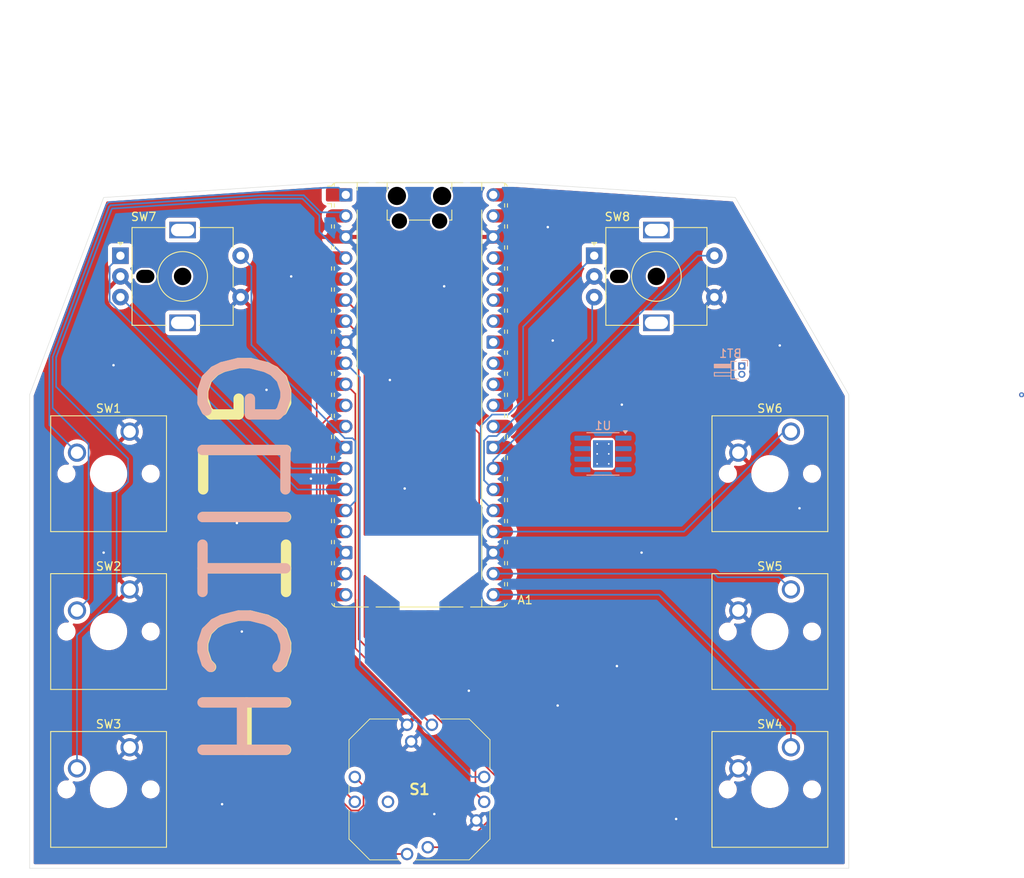
<source format=kicad_pcb>
(kicad_pcb (version 20241229) (generator "pcbnew") (generator_version "9.0")
  (layers (0 "F.Cu" signal) (2 "B.Cu" signal) (13 "F.Paste" user) (15 "B.Paste" user) (5 "F.SilkS" user "F.Silkscreen") (7 "B.SilkS" user "B.Silkscreen") (1 "F.Mask" user) (3 "B.Mask" user) (25 "Edge.Cuts" user))
  (net 0 "")
  (net 1 "Net-(A1-GPIO10)")
  (net 2 "Net-(A1-GPIO16)")
  (net 3 "ENC0B")
  (net 4 "ENC0A")
  (net 7 "GND")
  (net 8 "Net-(A1-GPIO2)")
  (net 9 "Net-(A1-GPIO11)")
  (net 11 "Net-(A1-GPIO0)")
  (net 12 "A")
  (net 14 "B")
  (net 16 "Net-(A1-GPIO12)")
  (net 18 "C")
  (net 20 "Net-(A1-GPIO19)")
  (net 22 "Net-(A1-GPIO18)")
  (net 23 "D")
  (net 24 "Net-(A1-GPIO17)")
  (net 28 "PUSH")
  (net 29 "Net-(A1-GPIO21)")
  (net 30 "Net-(A1-GPIO20)")
  (net 39 "Net-(A1-GPIO1)")
  (net 44 "Net-(BT1-+)")
  (footprint "Button_Switch_Keyboard:SW_Cherry_MX_1.00u_PCB" (layer "F.Cu") (at 107.910401 80.645088)
    (property "Reference" "SW1")
    (property "Value" "SW_Push")
  )
  (footprint "Button_Switch_Keyboard:SW_Cherry_MX_1.00u_PCB" (layer "F.Cu") (at 187.682343 99.695)
    (property "Reference" "SW5")
    (property "Value" "SW_Push")
  )
  (footprint "Module:RaspberryPi_Pico_Common_Unspecified" (layer "F.Cu") (at 142.875 76.2)
    (property "Reference" "A1")
    (property "Value" "RaspberryPi_Pico")
  )
  (footprint "KiCad:RKJXT1F42001" (layer "F.Cu") (at 142.875 123.825)
    (property "Reference" "S1")
    (property "Value" "RKJXT1F42001" (hide yes))
  )
  (footprint "Button_Switch_Keyboard:SW_Cherry_MX_1.00u_PCB" (layer "F.Cu") (at 107.910401 99.695088)
    (property "Reference" "SW2")
    (property "Value" "SW_Push")
  )
  (footprint "Button_Switch_Keyboard:SW_Cherry_MX_1.00u_PCB" (layer "F.Cu") (at 107.910401 118.745088)
    (property "Reference" "SW3")
    (property "Value" "SW_Push")
  )
  (footprint "Rotary_Encoder:RotaryEncoder_Alps_EC11E-Switch_Vertical_H20mm_MountingHoles" (layer "F.Cu") (at 163.95 59.4125)
    (property "Reference" "SW8")
    (property "Value" "RotaryEncoder_Switch")
  )
  (footprint "Button_Switch_Keyboard:SW_Cherry_MX_1.00u_PCB" (layer "F.Cu") (at 187.682343 80.645)
    (property "Reference" "SW6")
    (property "Value" "SW_Push")
  )
  (footprint "Rotary_Encoder:RotaryEncoder_Alps_EC11E-Switch_Vertical_H20mm_MountingHoles" (layer "F.Cu") (at 106.8 59.4125)
    (property "Reference" "SW7")
    (property "Value" "RotaryEncoder_Switch")
  )
  (footprint "Button_Switch_Keyboard:SW_Cherry_MX_1.00u_PCB" (layer "F.Cu") (at 187.682343 118.745)
    (property "Reference" "SW4")
    (property "Value" "SW_Push")
  )
  (footprint "Connector_PinHeader_1.00mm:PinHeader_1x02_P1.00mm_Horizontal" (layer "B.Cu") (at 181.754839 72.723499 180)
    (property "Reference" "BT1")
    (property "Value" "Battery_Cell")
  )
  (footprint "Package_SO:SOIC-8-1EP_3.9x4.9mm_P1.27mm_EP2.41x3.3mm_ThermalVias" (layer "B.Cu") (at 165.006388 83.334446 180)
    (property "Reference" "U1")
    (property "Value" "TP4056-42-ESOP8")
  )
  (gr_line (start 104.775 52.3875) (end 131.564173 50.601605) (stroke (width 0.05)) (layer "Edge.Cuts"))
  (gr_line (start 95.845393 133.350112) (end 194.667351 133.350112) (stroke (width 0.05)) (layer "Edge.Cuts"))
  (gr_line (start 154.186067 50.601605) (end 180.975 52.3875) (stroke (width 0.05)) (layer "Edge.Cuts"))
  (gr_line (start 95.845393 76.2) (end 104.775 52.3875) (stroke (width 0.05)) (layer "Edge.Cuts"))
  (gr_line (start 194.667351 133.35) (end 194.667351 76.2) (stroke (width 0.05)) (layer "Edge.Cuts"))
  (gr_line (start 194.667351 76.2) (end 180.975 52.3875) (stroke (width 0.05)) (layer "Edge.Cuts"))
  (gr_line (start 131.564173 50.601605) (end 154.186067 50.601605) (stroke (width 0.05)) (layer "Edge.Cuts"))
  (gr_line (start 95.845393 133.35) (end 95.845393 76.2) (stroke (width 0.05)) (layer "Edge.Cuts"))
  (gr_text "GLITCH\n" (at 115.490722 69.651621 270) (layer "F.SilkS") (effects (font (size 10 10) (thickness 1.25)) (justify left bottom)))
  (gr_text "GLITCH\n" (at 127.992295 69.651621 -270) (layer "B.SilkS") (effects (font (size 10 10) (thickness 1.25)) (justify left bottom mirror)))
  (via (at 215.503306 76.200064) (size 0.6) (drill 0.3) (layers "F.Cu" "B.Cu") (net 0))
  (segment (start 127.4775 85.09) (end 106.8 64.4125) (width 0.2) (layer "B.Cu") (net 1))
  (segment (start 133.985 85.09) (end 127.4775 85.09) (width 0.2) (layer "B.Cu") (net 1))
  (segment (start 171.76756 100.33) (end 151.765 100.33) (width 0.2) (layer "B.Cu") (net 2))
  (segment (start 187.682343 116.244783) (end 171.76756 100.33) (width 0.2) (layer "B.Cu") (net 2))
  (segment (start 187.682343 118.745) (end 187.682343 116.244783) (width 0.2) (layer "B.Cu") (net 2))
  (segment (start 135.674 74.079) (end 135.674 108.810339) (width 0.2) (layer "B.Cu") (net 3))
  (segment (start 149.188661 122.325) (end 150.675 122.325) (width 0.2) (layer "B.Cu") (net 3))
  (segment (start 135.674 108.810339) (end 149.188661 122.325) (width 0.2) (layer "B.Cu") (net 3))
  (segment (start 133.985 72.39) (end 135.674 74.079) (width 0.2) (layer "B.Cu") (net 3))
  (segment (start 131.279 121.529) (end 135.075 125.325) (width 0.2) (layer "F.Cu") (net 4))
  (segment (start 131.279 82.091878) (end 131.279 121.529) (width 0.2) (layer "F.Cu") (net 4))
  (segment (start 133.985 80.01) (end 133.360878 80.01) (width 0.2) (layer "F.Cu") (net 4))
  (segment (start 133.360878 80.01) (end 131.279 82.091878) (width 0.2) (layer "F.Cu") (net 4))
  (via (at 105.965714 72.628186) (size 0.6) (drill 0.3) (layers "F.Cu" "B.Cu") (net 7))
  (via (at 158.353258 55.959422) (size 0.6) (drill 0.3) (layers "F.Cu" "B.Cu") (net 7))
  (via (at 166.68764 108.942279) (size 0.6) (drill 0.3) (layers "F.Cu" "B.Cu") (net 7))
  (via (at 120.848539 91.678202) (size 0.6) (drill 0.3) (layers "F.Cu" "B.Cu") (net 7))
  (via (at 159.543884 113.704783) (size 0.6) (drill 0.3) (layers "F.Cu" "B.Cu") (net 7))
  (via (at 144.661059 126.801669) (size 0.6) (drill 0.3) (layers "F.Cu" "B.Cu") (net 7))
  (via (at 124.420417 75.604751) (size 0.6) (drill 0.3) (layers "F.Cu" "B.Cu") (net 7))
  (via (at 139.303242 74.414125) (size 0.6) (drill 0.3) (layers "F.Cu" "B.Cu") (net 7))
  (via (at 148.82825 111.918844) (size 0.6) (drill 0.3) (layers "F.Cu" "B.Cu") (net 7))
  (via (at 127.396982 61.912552) (size 0.6) (drill 0.3) (layers "F.Cu" "B.Cu") (net 7))
  (via (at 173.831396 127.396982) (size 0.6) (drill 0.3) (layers "F.Cu" "B.Cu") (net 7))
  (via (at 145.851685 63.103178) (size 0.6) (drill 0.3) (layers "F.Cu" "B.Cu") (net 7))
  (via (at 158.948571 69.651621) (size 0.6) (drill 0.3) (layers "F.Cu" "B.Cu") (net 7))
  (via (at 167.282953 77.39069) (size 0.6) (drill 0.3) (layers "F.Cu" "B.Cu") (net 7))
  (via (at 141.089181 87.511011) (size 0.6) (drill 0.3) (layers "F.Cu" "B.Cu") (net 7))
  (via (at 121.443852 104.775088) (size 0.6) (drill 0.3) (layers "F.Cu" "B.Cu") (net 7))
  (via (at 129.778234 86.320385) (size 0.6) (drill 0.3) (layers "F.Cu" "B.Cu") (net 7))
  (via (at 169.664205 95.25008) (size 0.6) (drill 0.3) (layers "F.Cu" "B.Cu") (net 7))
  (via (at 186.332969 70.246934) (size 0.6) (drill 0.3) (layers "F.Cu" "B.Cu") (net 7))
  (via (at 119.0626 125.611043) (size 0.6) (drill 0.3) (layers "F.Cu" "B.Cu") (net 7))
  (via (at 188.714221 89.892263) (size 0.6) (drill 0.3) (layers "F.Cu" "B.Cu") (net 7))
  (via (at 104.775088 95.25008) (size 0.6) (drill 0.3) (layers "F.Cu" "B.Cu") (net 7))
  (segment (start 101.560401 121.285088) (end 101.560401 105.224402) (width 0.2) (layer "B.Cu") (net 8))
  (segment (start 99.417271 75.604751) (end 99.045766 75.233246) (width 0.2) (layer "B.Cu") (net 8))
  (segment (start 107.721401 86.698904) (end 107.721401 83.908881) (width 0.2) (layer "B.Cu") (net 8))
  (segment (start 99.045766 75.233246) (end 99.045766 71.661368) (width 0.2) (layer "B.Cu") (net 8))
  (segment (start 106.344217 100.440586) (end 106.344217 88.076088) (width 0.2) (layer "B.Cu") (net 8))
  (segment (start 99.045766 71.661368) (end 99.091754 71.538733) (width 0.2) (layer "B.Cu") (net 8))
  (segment (start 128.749572 52.521295) (end 130.80276 54.574483) (width 0.2) (layer "B.Cu") (net 8))
  (segment (start 123.860333 52.521295) (end 128.749572 52.521295) (width 0.2) (layer "B.Cu") (net 8))
  (segment (start 105.74362 53.800264) (end 105.819928 53.723956) (width 0.2) (layer "B.Cu") (net 8))
  (segment (start 101.560401 105.224402) (end 106.344217 100.440586) (width 0.2) (layer "B.Cu") (net 8))
  (segment (start 99.091754 71.538733) (end 105.74362 53.800264) (width 0.2) (layer "B.Cu") (net 8))
  (segment (start 106.344217 88.076088) (end 107.721401 86.698904) (width 0.2) (layer "B.Cu") (net 8))
  (segment (start 99.091754 71.538733) (end 99.091754 71.61538) (width 0.2) (layer "B.Cu") (net 8))
  (segment (start 107.721401 83.908881) (end 99.417271 75.604751) (width 0.2) (layer "B.Cu") (net 8))
  (segment (start 115.53663 53.076191) (end 123.860333 52.521295) (width 0.2) (layer "B.Cu") (net 8))
  (segment (start 130.80276 56.50776) (end 133.985 59.69) (width 0.2) (layer "B.Cu") (net 8))
  (segment (start 105.819928 53.723956) (end 115.53663 53.076191) (width 0.2) (layer "B.Cu") (net 8))
  (segment (start 130.80276 54.574483) (end 130.80276 56.50776) (width 0.2) (layer "B.Cu") (net 8))
  (segment (start 128.177608 87.63) (end 133.985 87.63) (width 0.2) (layer "B.Cu") (net 9))
  (segment (start 105.499 64.951392) (end 128.177608 87.63) (width 0.2) (layer "B.Cu") (net 9))
  (segment (start 105.499 60.7135) (end 105.499 64.951392) (width 0.2) (layer "B.Cu") (net 9))
  (segment (start 106.8 59.4125) (end 105.499 60.7135) (width 0.2) (layer "B.Cu") (net 9))
  (segment (start 110.149173 52.631565) (end 131.584184 51.202605) (width 0.2) (layer "B.Cu") (net 11))
  (segment (start 131.584184 51.202605) (end 133.117605 51.202605) (width 0.2) (layer "B.Cu") (net 11))
  (segment (start 98.226645 79.851332) (end 98.226645 71.561599) (width 0.2) (layer "B.Cu") (net 11))
  (segment (start 105.087538 53.26572) (end 105.405453 52.947805) (width 0.2) (layer "B.Cu") (net 11))
  (segment (start 98.226645 71.561599) (end 105.087538 53.26572) (width 0.2) (layer "B.Cu") (net 11))
  (segment (start 105.405453 52.947805) (end 110.149173 52.631565) (width 0.2) (layer "B.Cu") (net 11))
  (segment (start 101.560401 83.185088) (end 98.226645 79.851332) (width 0.2) (layer "B.Cu") (net 11))
  (segment (start 133.117605 51.202605) (end 133.985 52.07) (width 0.2) (layer "B.Cu") (net 11))
  (segment (start 132.85363 62.23) (end 133.985 62.23) (width 0.2) (layer "F.Cu") (net 12))
  (segment (start 139.321561 131.625) (end 130.477 122.780439) (width 0.2) (layer "F.Cu") (net 12))
  (segment (start 141.375 131.625) (end 139.321561 131.625) (width 0.2) (layer "F.Cu") (net 12))
  (segment (start 130.477 64.60663) (end 132.85363 62.23) (width 0.2) (layer "F.Cu") (net 12))
  (segment (start 130.477 122.780439) (end 130.477 64.60663) (width 0.2) (layer "F.Cu") (net 12))
  (segment (start 149.624 124.274) (end 150.675 125.325) (width 0.2) (layer "F.Cu") (net 14))
  (segment (start 133.985 67.31) (end 135.537051 68.862051) (width 0.2) (layer "F.Cu") (net 14))
  (segment (start 135.537051 105.700712) (end 149.624 119.787661) (width 0.2) (layer "F.Cu") (net 14))
  (segment (start 135.537051 68.862051) (end 135.537051 105.700712) (width 0.2) (layer "F.Cu") (net 14))
  (segment (start 149.624 119.787661) (end 149.624 124.274) (width 0.2) (layer "F.Cu") (net 14))
  (segment (start 122.601 70.18305) (end 122.601 60.7135) (width 0.2) (layer "B.Cu") (net 16))
  (segment (start 135.136051 81.785457) (end 134.794594 81.444) (width 0.2) (layer "B.Cu") (net 16))
  (segment (start 133.86195 81.444) (end 122.601 70.18305) (width 0.2) (layer "B.Cu") (net 16))
  (segment (start 122.601 60.7135) (end 121.3 59.4125) (width 0.2) (layer "B.Cu") (net 16))
  (segment (start 133.985 90.17) (end 135.136051 89.018949) (width 0.2) (layer "B.Cu") (net 16))
  (segment (start 135.136051 89.018949) (end 135.136051 81.785457) (width 0.2) (layer "B.Cu") (net 16))
  (segment (start 134.794594 81.444) (end 133.86195 81.444) (width 0.2) (layer "B.Cu") (net 16))
  (segment (start 135.136051 106.786051) (end 144.375 116.025) (width 0.2) (layer "F.Cu") (net 18))
  (segment (start 135.136051 76.081051) (end 135.136051 106.786051) (width 0.2) (layer "F.Cu") (net 18))
  (segment (start 133.985 74.93) (end 135.136051 76.081051) (width 0.2) (layer "F.Cu") (net 18))
  (segment (start 151.765 90.17) (end 150.258 88.663) (width 0.2) (layer "B.Cu") (net 20))
  (segment (start 153.590754 78.581316) (end 155.376693 76.795377) (width 0.2) (layer "B.Cu") (net 20))
  (segment (start 150.258 88.663) (end 150.258 79.95995) (width 0.2) (layer "B.Cu") (net 20))
  (segment (start 155.376693 76.795377) (end 155.376693 67.985807) (width 0.2) (layer "B.Cu") (net 20))
  (segment (start 150.258 79.95995) (end 151.636634 78.581316) (width 0.2) (layer "B.Cu") (net 20))
  (segment (start 155.376693 67.985807) (end 163.95 59.4125) (width 0.2) (layer "B.Cu") (net 20))
  (segment (start 151.636634 78.581316) (end 153.590754 78.581316) (width 0.2) (layer "B.Cu") (net 20))
  (segment (start 187.682343 80.645) (end 186.840813 80.645) (width 0.2) (layer "B.Cu") (net 22))
  (segment (start 174.775813 92.71) (end 151.765 92.71) (width 0.2) (layer "B.Cu") (net 22))
  (segment (start 186.840813 80.645) (end 174.775813 92.71) (width 0.2) (layer "B.Cu") (net 22))
  (segment (start 136.126 123.376) (end 135.075 122.325) (width 0.2) (layer "F.Cu") (net 23))
  (segment (start 133.985 77.47) (end 133.36795 77.47) (width 0.2) (layer "F.Cu") (net 23))
  (segment (start 133.36795 77.47) (end 130.878 79.95995) (width 0.2) (layer "F.Cu") (net 23))
  (segment (start 134.639661 126.376) (end 135.510339 126.376) (width 0.2) (layer "F.Cu") (net 23))
  (segment (start 130.878 79.95995) (end 130.878 122.614339) (width 0.2) (layer "F.Cu") (net 23))
  (segment (start 135.510339 126.376) (end 136.126 125.760339) (width 0.2) (layer "F.Cu") (net 23))
  (segment (start 130.878 122.614339) (end 134.639661 126.376) (width 0.2) (layer "F.Cu") (net 23))
  (segment (start 136.126 125.760339) (end 136.126 123.376) (width 0.2) (layer "F.Cu") (net 23))
  (segment (start 178.871877 98.226645) (end 178.435232 97.79) (width 0.2) (layer "B.Cu") (net 24))
  (segment (start 186.213988 98.226645) (end 178.871877 98.226645) (width 0.2) (layer "B.Cu") (net 24))
  (segment (start 178.435232 97.79) (end 151.765 97.79) (width 0.2) (layer "B.Cu") (net 24))
  (segment (start 187.682343 99.695) (end 186.213988 98.226645) (width 0.2) (layer "B.Cu") (net 24))
  (segment (start 152.400128 126.396211) (end 147.991339 130.805) (width 0.2) (layer "F.Cu") (net 28))
  (segment (start 147.991339 130.805) (end 143.875 130.805) (width 0.2) (layer "F.Cu") (net 28))
  (segment (start 152.400128 122.563789) (end 152.400128 126.396211) (width 0.2) (layer "F.Cu") (net 28))
  (segment (start 150.076 80.861) (end 150.076 120.239661) (width 0.2) (layer "F.Cu") (net 28))
  (segment (start 133.985 64.77) (end 150.076 80.861) (width 0.2) (layer "F.Cu") (net 28))
  (segment (start 150.076 120.239661) (end 152.400128 122.563789) (width 0.2) (layer "F.Cu") (net 28))
  (segment (start 176.466622 59.4125) (end 151.765 84.114122) (width 0.2) (layer "B.Cu") (net 29))
  (segment (start 151.765 84.114122) (end 151.765 85.09) (width 0.2) (layer "B.Cu") (net 29))
  (segment (start 178.45 59.4125) (end 176.466622 59.4125) (width 0.2) (layer "B.Cu") (net 29))
  (segment (start 163.711075 69.651621) (end 163.711075 64.651425) (width 0.2) (layer "B.Cu") (net 30))
  (segment (start 163.711075 64.651425) (end 163.95 64.4125) (width 0.2) (layer "B.Cu") (net 30))
  (segment (start 150.659 81.740406) (end 151.220875 81.178531) (width 0.2) (layer "B.Cu") (net 30))
  (segment (start 151.765 87.63) (end 150.659 86.524) (width 0.2) (layer "B.Cu") (net 30))
  (segment (start 151.220875 81.178531) (end 152.184165 81.178531) (width 0.2) (layer "B.Cu") (net 30))
  (segment (start 152.184165 81.178531) (end 163.711075 69.651621) (width 0.2) (layer "B.Cu") (net 30))
  (segment (start 150.659 86.524) (end 150.659 81.740406) (width 0.2) (layer "B.Cu") (net 30))
  (segment (start 130.96886 54.173483) (end 133.548483 54.173483) (width 0.2) (layer "B.Cu") (net 39))
  (segment (start 98.627645 77.79169) (end 98.627645 71.634312) (width 0.2) (layer "B.Cu") (net 39))
  (segment (start 128.915672 52.120295) (end 130.96886 54.173483) (width 0.2) (layer "B.Cu") (net 39))
  (segment (start 133.548483 54.173483) (end 133.985 54.61) (width 0.2) (layer "B.Cu") (net 39))
  (segment (start 114.956789 52.712956) (end 123.846974 52.120295) (width 0.2) (layer "B.Cu") (net 39))
  (segment (start 123.846974 52.120295) (end 128.915672 52.120295) (width 0.2) (layer "B.Cu") (net 39))
  (segment (start 105.616598 53.33562) (end 114.956789 52.712956) (width 0.2) (layer "B.Cu") (net 39))
  (segment (start 101.560401 102.235088) (end 102.961401 100.834088) (width 0.2) (layer "B.Cu") (net 39))
  (segment (start 102.961401 100.834088) (end 102.961401 82.125446) (width 0.2) (layer "B.Cu") (net 39))
  (segment (start 98.627645 71.634312) (end 105.413391 53.538827) (width 0.2) (layer "B.Cu") (net 39))
  (segment (start 105.413391 53.538827) (end 105.616598 53.33562) (width 0.2) (layer "B.Cu") (net 39))
  (segment (start 102.961401 82.125446) (end 98.627645 77.79169) (width 0.2) (layer "B.Cu") (net 39))
  (zone (net 7) (net_name "GND") (layers "F.Cu" "B.Cu") (connect_pads (clearance 0.5)) (min_thickness 0.25) (fill yes (thermal_gap 0.5) (thermal_bridge_width 0.5))
    (polygon (pts (xy 92.273515 44.648475) (xy 92.273515 134.540738) (xy 196.45329 134.540738) (xy 196.45329 44.648475)))
  )
)
</source>
